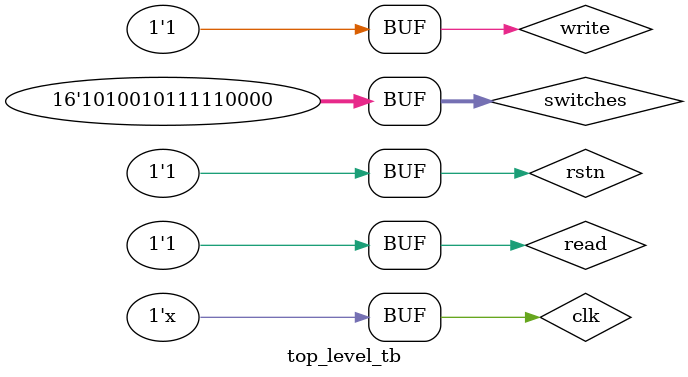
<source format=sv>
module top_level (rstn, read, write, clk, ce, io, sclk, HEX0, HEX1, HEX2, HEX3, switches);
	
	input rstn, read, write, clk;
	input [15:0] switches;
	output logic ce, sclk;
	output logic [6:0] HEX0, HEX1, HEX2, HEX3;
	
	inout io;
	
	logic write_trig, read_trig, clock, sclk_2, sclk_3, ce_2, ce_3;
	logic [3:0] data_sec_0, data_sec_1, data_min_0, data_min_1;
	logic [3:0] digit_second_0, digit_second_1, digit_minute_0, digit_minute_1;
	wire io_2, io_3;
	logic [7:0] SAVE;
	logic [1:0] cnt_4;
	logic [3:0] cnt_8;

	clockdiv instant1 (.iclk(clk), .oclk(clock));
	initial_time instant2 (.switches(switches), .digit_second_0(data_sec_0), .digit_second_1(data_sec_1), .digit_minute_0(data_min_0), .digit_minute_1(data_min_1));
	controller instant3 (.rstn(rstn), .clk(clock), .read(read), .write(write), .write_trig(write_trig), .read_trig(read_trig));
	asm_write instant4 (.clk(clock), .rstn(rstn), .write(write_trig), .ce(ce_2), .io(io_2), .sclk(sclk_2), .data_sec_0(data_sec_0), .data_sec_1(data_sec_1), .data_min_0(data_min_0), .data_min_1(data_min_1));
	asm_read instant5 (.clk(clock), .rst_n(rstn), .key(read_trig), .CE(ce_3), .IO(io_3), .SCK(sclk_3), .HEX0(HEX0), .HEX1(HEX1), .HEX2(HEX2), .HEX3(HEX3), .SAVE(SAVE), .cnt_4(cnt_4), .cnt_8(cnt_8));
			
	assign sclk = write_trig ? sclk_3 : sclk_2;
	assign ce = write_trig ? ce_3 : ce_2;
	assign io = write_trig ? io_3 : io_2;
	
endmodule

// ---- ---- ---- ---- //

`timescale 1ns/ 1ps

module top_level_tb;

	logic rstn, read, write, clk;
	logic [15:0] switches;
	wire ce, sclk;
	wire io;
	logic [6:0] HEX0, HEX1, HEX2, HEX3;

	top_level top_level_inst(.rstn(rstn), .read(read), .write(write), .clk(clk), .ce(ce), .io(io), .sclk(sclk), .HEX0(HEX0), .HEX1(HEX1), .HEX2(HEX2), .HEX3(HEX3), .switches(switches));

	always #10 clk = ~clk;
		
	initial begin 
		clk = 1'b1; rstn = 1'b0; write = 1'b1; read = 1'b1; switches = 16'b1010010111110000;
		#10;
		rstn =1'b1;
		#10;
		write = 1'b1;
		#1000;
		write = 1'b0;
		#1000;
		write = 1'b1;
		#200000;
		read = 1'b1;
		#1000;
		read = 1'b0;
		#1000;
		read = 1'b1;
	end

endmodule

</source>
